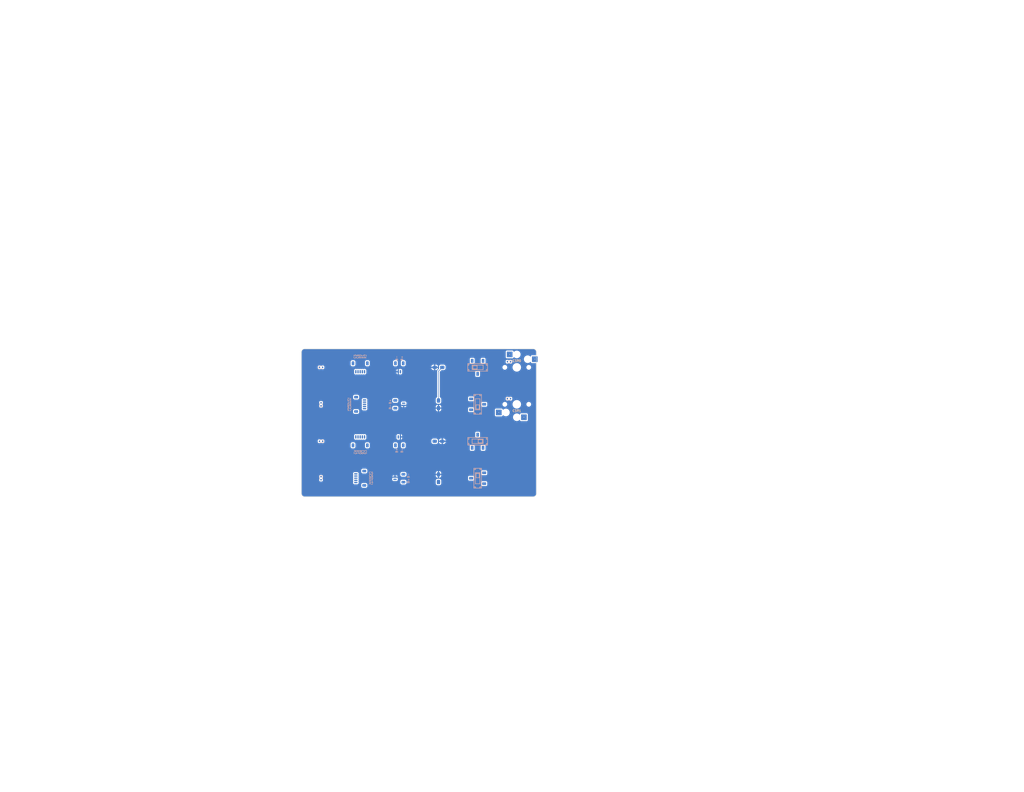
<source format=kicad_pcb>
(kicad_pcb (version 20171130) (host pcbnew 5.1.6)
  (title_block (title test) (rev v1.0.0) (company Unknown))
  (layers (0 F.Cu signal) (31 B.Cu signal) (34 B.Paste user) (35 F.Paste user) (36 B.SilkS user) (37 F.SilkS user) (38 B.Mask user) (39 F.Mask user) (44 Edge.Cuts user))
  (net 0 "")
  (net 1 "f")
  (net 2 "t")
  (net 3 "C5")
  (net 4 "C6")
  (net 5 "R0")
  (net 6 "R1")
  (net 7 "R2")
  (net 8 "BSLI")
  (net 9 "GND")
  (net 10 "RST")
  (net 11 "RAW")
  (net 12 "three")
  (net 13 "thre")
  (net 14 "C5R0D")
  (net 15 "C5R0")
  (net 16 "C5R1D")
  (net 17 "C5R1")
  (net 18 "x")
  (net 19 "y")
  (footprint "D_SOD-523" (layer "B.Cu") (at 0 -51 0)
    (fp_text reference "D1" hide)
    (fp_text value "D_SOD-523")
    (fp_line (start 0.7 0.6) (end -1.15 0.6) (layer "B.SilkS") (width 0.12))
    (fp_line (start 0.7 -0.6) (end -1.15 -0.6) (layer "B.SilkS") (width 0.12))
    (fp_line (start -1.15 -0.6) (end -1.15 0.6) (layer "B.SilkS") (width 0.12))
    (pad "1" smd rect (at -0.7 0 0) (size 0.6 0.7) (layers "B.Cu" "B.Paste" "B.Mask") (net 2 "t"))
    (pad "2" smd rect (at 0.7 0 0) (size 0.6 0.7) (layers "B.Cu" "B.Paste" "B.Mask") (net 1 "f"))
  )
  (footprint "D_SOD-523" (layer "B.Cu") (at 0 -34 90)
    (fp_text reference "D2" hide)
    (fp_text value "D_SOD-523")
    (fp_line (start 0.7 0.6) (end -1.15 0.6) (layer "B.SilkS") (width 0.12))
    (fp_line (start 0.7 -0.6) (end -1.15 -0.6) (layer "B.SilkS") (width 0.12))
    (fp_line (start -1.15 -0.6) (end -1.15 0.6) (layer "B.SilkS") (width 0.12))
    (pad "1" smd rect (at -0.7 0 90) (size 0.6 0.7) (layers "B.Cu" "B.Paste" "B.Mask") (net 2 "t"))
    (pad "2" smd rect (at 0.7 0 90) (size 0.6 0.7) (layers "B.Cu" "B.Paste" "B.Mask") (net 1 "f"))
  )
  (footprint "D_SOD-523" (layer "B.Cu") (at 0 -17 180)
    (fp_text reference "D3" hide)
    (fp_text value "D_SOD-523")
    (fp_line (start 0.7 0.6) (end -1.15 0.6) (layer "B.SilkS") (width 0.12))
    (fp_line (start 0.7 -0.6) (end -1.15 -0.6) (layer "B.SilkS") (width 0.12))
    (fp_line (start -1.15 -0.6) (end -1.15 0.6) (layer "B.SilkS") (width 0.12))
    (pad "1" smd rect (at -0.7 0 180) (size 0.6 0.7) (layers "B.Cu" "B.Paste" "B.Mask") (net 2 "t"))
    (pad "2" smd rect (at 0.7 0 180) (size 0.6 0.7) (layers "B.Cu" "B.Paste" "B.Mask") (net 1 "f"))
  )
  (footprint "D_SOD-523" (layer "B.Cu") (at 0 0 270)
    (fp_text reference "D4" hide)
    (fp_text value "D_SOD-523")
    (fp_line (start 0.7 0.6) (end -1.15 0.6) (layer "B.SilkS") (width 0.12))
    (fp_line (start 0.7 -0.6) (end -1.15 -0.6) (layer "B.SilkS") (width 0.12))
    (fp_line (start -1.15 -0.6) (end -1.15 0.6) (layer "B.SilkS") (width 0.12))
    (pad "1" smd rect (at -0.7 0 270) (size 0.6 0.7) (layers "B.Cu" "B.Paste" "B.Mask") (net 2 "t"))
    (pad "2" smd rect (at 0.7 0 270) (size 0.6 0.7) (layers "B.Cu" "B.Paste" "B.Mask") (net 1 "f"))
  )
  (footprint "JST_SH_SM05B-SRSS-TB_1x05-1MP_P1.00mm_Horizontal" (layer "B.Cu") (at 18 -51 0)
    (fp_text reference "JC1" hide)
    (fp_text user "R2" (at 2.4 -5 90 unlocked) (layer "B.SilkS"))
    (fp_text user "R1" (at 1.2 -5 90 unlocked) (layer "B.SilkS"))
    (fp_text user "R0" (at 0 -5 90 unlocked) (layer "B.SilkS"))
    (fp_text user "C6" (at -1.2 -5 90 unlocked) (layer "B.SilkS"))
    (fp_text user "C5" (at -2.4 -5 90 unlocked) (layer "B.SilkS"))
    (pad "5" smd roundrect (at 2 2 0) (size 0.6 1.55) (layers "B.Cu" "B.Paste" "B.Mask") (net 7 "R2"))
    (pad "4" smd roundrect (at 1 2 0) (size 0.6 1.55) (layers "B.Cu" "B.Paste" "B.Mask") (net 6 "R1"))
    (pad "3" smd roundrect (at 0 2 0) (size 0.6 1.55) (layers "B.Cu" "B.Paste" "B.Mask") (net 5 "R0"))
    (pad "2" smd roundrect (at -1 2 0) (size 0.6 1.55) (layers "B.Cu" "B.Paste" "B.Mask") (net 4 "C6"))
    (pad "1" smd roundrect (at -2 2 0) (size 0.6 1.55) (layers "B.Cu" "B.Paste" "B.Mask") (net 3 "C5"))
    (pad "MP" smd roundrect (at -3.3 -1.875 0) (size 1.2 1.8) (layers "B.Cu" "B.Paste" "B.Mask") (roundrect_rratio 0.208333))
    (pad "MP" smd roundrect (at 3.3 -1.875 0) (size 1.2 1.8) (layers "B.Cu" "B.Paste" "B.Mask") (roundrect_rratio 0.208333))
  )
  (footprint "JST_SH_SM05B-SRSS-TB_1x05-1MP_P1.00mm_Horizontal" (layer "B.Cu") (at 18 -34 90)
    (fp_text reference "JC2" hide)
    (fp_text user "R2" (at 2.4 -5 180 unlocked) (layer "B.SilkS"))
    (fp_text user "R1" (at 1.2 -5 180 unlocked) (layer "B.SilkS"))
    (fp_text user "R0" (at 0 -5 180 unlocked) (layer "B.SilkS"))
    (fp_text user "C6" (at -1.2 -5 180 unlocked) (layer "B.SilkS"))
    (fp_text user "C5" (at -2.4 -5 180 unlocked) (layer "B.SilkS"))
    (pad "5" smd roundrect (at 2 2 90) (size 0.6 1.55) (layers "B.Cu" "B.Paste" "B.Mask") (net 7 "R2"))
    (pad "4" smd roundrect (at 1 2 90) (size 0.6 1.55) (layers "B.Cu" "B.Paste" "B.Mask") (net 6 "R1"))
    (pad "3" smd roundrect (at 0 2 90) (size 0.6 1.55) (layers "B.Cu" "B.Paste" "B.Mask") (net 5 "R0"))
    (pad "2" smd roundrect (at -1 2 90) (size 0.6 1.55) (layers "B.Cu" "B.Paste" "B.Mask") (net 4 "C6"))
    (pad "1" smd roundrect (at -2 2 90) (size 0.6 1.55) (layers "B.Cu" "B.Paste" "B.Mask") (net 3 "C5"))
    (pad "MP" smd roundrect (at -3.3 -1.875 90) (size 1.2 1.8) (layers "B.Cu" "B.Paste" "B.Mask") (roundrect_rratio 0.208333))
    (pad "MP" smd roundrect (at 3.3 -1.875 90) (size 1.2 1.8) (layers "B.Cu" "B.Paste" "B.Mask") (roundrect_rratio 0.208333))
  )
  (footprint "JST_SH_SM05B-SRSS-TB_1x05-1MP_P1.00mm_Horizontal" (layer "B.Cu") (at 18 -17 180)
    (fp_text reference "JC3" hide)
    (fp_text user "R2" (at 2.4 -5 270 unlocked) (layer "B.SilkS"))
    (fp_text user "R1" (at 1.2 -5 270 unlocked) (layer "B.SilkS"))
    (fp_text user "R0" (at 0 -5 270 unlocked) (layer "B.SilkS"))
    (fp_text user "C6" (at -1.2 -5 270 unlocked) (layer "B.SilkS"))
    (fp_text user "C5" (at -2.4 -5 270 unlocked) (layer "B.SilkS"))
    (pad "5" smd roundrect (at 2 2 180) (size 0.6 1.55) (layers "B.Cu" "B.Paste" "B.Mask") (net 7 "R2"))
    (pad "4" smd roundrect (at 1 2 180) (size 0.6 1.55) (layers "B.Cu" "B.Paste" "B.Mask") (net 6 "R1"))
    (pad "3" smd roundrect (at 0 2 180) (size 0.6 1.55) (layers "B.Cu" "B.Paste" "B.Mask") (net 5 "R0"))
    (pad "2" smd roundrect (at -1 2 180) (size 0.6 1.55) (layers "B.Cu" "B.Paste" "B.Mask") (net 4 "C6"))
    (pad "1" smd roundrect (at -2 2 180) (size 0.6 1.55) (layers "B.Cu" "B.Paste" "B.Mask") (net 3 "C5"))
    (pad "MP" smd roundrect (at -3.3 -1.875 180) (size 1.2 1.8) (layers "B.Cu" "B.Paste" "B.Mask") (roundrect_rratio 0.208333))
    (pad "MP" smd roundrect (at 3.3 -1.875 180) (size 1.2 1.8) (layers "B.Cu" "B.Paste" "B.Mask") (roundrect_rratio 0.208333))
  )
  (footprint "JST_SH_SM05B-SRSS-TB_1x05-1MP_P1.00mm_Horizontal" (layer "B.Cu") (at 18 0 270)
    (fp_text reference "JC4" hide)
    (fp_text user "R2" (at 2.4 -5 360 unlocked) (layer "B.SilkS"))
    (fp_text user "R1" (at 1.2 -5 360 unlocked) (layer "B.SilkS"))
    (fp_text user "R0" (at 0 -5 360 unlocked) (layer "B.SilkS"))
    (fp_text user "C6" (at -1.2 -5 360 unlocked) (layer "B.SilkS"))
    (fp_text user "C5" (at -2.4 -5 360 unlocked) (layer "B.SilkS"))
    (pad "5" smd roundrect (at 2 2 270) (size 0.6 1.55) (layers "B.Cu" "B.Paste" "B.Mask") (net 7 "R2"))
    (pad "4" smd roundrect (at 1 2 270) (size 0.6 1.55) (layers "B.Cu" "B.Paste" "B.Mask") (net 6 "R1"))
    (pad "3" smd roundrect (at 0 2 270) (size 0.6 1.55) (layers "B.Cu" "B.Paste" "B.Mask") (net 5 "R0"))
    (pad "2" smd roundrect (at -1 2 270) (size 0.6 1.55) (layers "B.Cu" "B.Paste" "B.Mask") (net 4 "C6"))
    (pad "1" smd roundrect (at -2 2 270) (size 0.6 1.55) (layers "B.Cu" "B.Paste" "B.Mask") (net 3 "C5"))
    (pad "MP" smd roundrect (at -3.3 -1.875 270) (size 1.2 1.8) (layers "B.Cu" "B.Paste" "B.Mask") (roundrect_rratio 0.208333))
    (pad "MP" smd roundrect (at 3.3 -1.875 270) (size 1.2 1.8) (layers "B.Cu" "B.Paste" "B.Mask") (roundrect_rratio 0.208333))
  )
  (footprint "JST_SH_SM02B-SRSS-TB_1x02-1MP_P1.00mm_Horizontal" (layer "B.Cu") (at 36 -51 0)
    (fp_text reference "JB1" hide hide)
    (fp_text value "JST_SH_SM02B-SRSS-TB_1x02-1MP_P1.00mm_Horizontal" hide)
    (fp_text user "B+" (at 1.2 -4.2 90 unlocked) (layer "B.SilkS"))
    (fp_text user "B-" (at -1.2 -4.2 90 unlocked) (layer "B.SilkS"))
    (pad "2" smd roundrect (at 0.5 2 0) (size 0.6 1.55) (layers "B.Cu" "B.Paste" "B.Mask") (net 8 "BSLI"))
    (pad "1" smd roundrect (at -0.5 2 0) (size 0.6 1.55) (layers "B.Cu" "B.Paste" "B.Mask") (net 9 "GND"))
    (pad "MP" smd roundrect (at 1.8 -1.875 0) (size 1.2 1.8) (layers "B.Cu" "B.Paste" "B.Mask") (roundrect_rratio 0.208333))
    (pad "MP" smd roundrect (at -1.8 -1.875 0) (size 1.2 1.8) (layers "B.Cu" "B.Paste" "B.Mask") (roundrect_rratio 0.208333))
  )
  (footprint "JST_SH_SM02B-SRSS-TB_1x02-1MP_P1.00mm_Horizontal" (layer "B.Cu") (at 36 -34 90)
    (fp_text reference "JB2" hide hide)
    (fp_text value "JST_SH_SM02B-SRSS-TB_1x02-1MP_P1.00mm_Horizontal" hide)
    (fp_text user "B+" (at 1.2 -4.2 90 unlocked) (layer "B.SilkS"))
    (fp_text user "B-" (at -1.2 -4.2 90 unlocked) (layer "B.SilkS"))
    (pad "2" smd roundrect (at 0.5 2 90) (size 0.6 1.55) (layers "B.Cu" "B.Paste" "B.Mask") (net 8 "BSLI"))
    (pad "1" smd roundrect (at -0.5 2 90) (size 0.6 1.55) (layers "B.Cu" "B.Paste" "B.Mask") (net 9 "GND"))
    (pad "MP" smd roundrect (at 1.8 -1.875 90) (size 1.2 1.8) (layers "B.Cu" "B.Paste" "B.Mask") (roundrect_rratio 0.208333))
    (pad "MP" smd roundrect (at -1.8 -1.875 90) (size 1.2 1.8) (layers "B.Cu" "B.Paste" "B.Mask") (roundrect_rratio 0.208333))
  )
  (footprint "JST_SH_SM02B-SRSS-TB_1x02-1MP_P1.00mm_Horizontal" (layer "B.Cu") (at 36 -17 180)
    (fp_text reference "JB3" hide hide)
    (fp_text value "JST_SH_SM02B-SRSS-TB_1x02-1MP_P1.00mm_Horizontal" hide)
    (fp_text user "B+" (at 1.2 -4.2 90 unlocked) (layer "B.SilkS"))
    (fp_text user "B-" (at -1.2 -4.2 90 unlocked) (layer "B.SilkS"))
    (pad "2" smd roundrect (at 0.5 2 180) (size 0.6 1.55) (layers "B.Cu" "B.Paste" "B.Mask") (net 8 "BSLI"))
    (pad "1" smd roundrect (at -0.5 2 180) (size 0.6 1.55) (layers "B.Cu" "B.Paste" "B.Mask") (net 9 "GND"))
    (pad "MP" smd roundrect (at 1.8 -1.875 180) (size 1.2 1.8) (layers "B.Cu" "B.Paste" "B.Mask") (roundrect_rratio 0.208333))
    (pad "MP" smd roundrect (at -1.8 -1.875 180) (size 1.2 1.8) (layers "B.Cu" "B.Paste" "B.Mask") (roundrect_rratio 0.208333))
  )
  (footprint "JST_SH_SM02B-SRSS-TB_1x02-1MP_P1.00mm_Horizontal" (layer "B.Cu") (at 36 0 270)
    (fp_text reference "JB4" hide hide)
    (fp_text value "JST_SH_SM02B-SRSS-TB_1x02-1MP_P1.00mm_Horizontal" hide)
    (fp_text user "B+" (at 1.2 -4.2 90 unlocked) (layer "B.SilkS"))
    (fp_text user "B-" (at -1.2 -4.2 90 unlocked) (layer "B.SilkS"))
    (pad "2" smd roundrect (at 0.5 2 270) (size 0.6 1.55) (layers "B.Cu" "B.Paste" "B.Mask") (net 8 "BSLI"))
    (pad "1" smd roundrect (at -0.5 2 270) (size 0.6 1.55) (layers "B.Cu" "B.Paste" "B.Mask") (net 9 "GND"))
    (pad "MP" smd roundrect (at 1.8 -1.875 270) (size 1.2 1.8) (layers "B.Cu" "B.Paste" "B.Mask") (roundrect_rratio 0.208333))
    (pad "MP" smd roundrect (at -1.8 -1.875 270) (size 1.2 1.8) (layers "B.Cu" "B.Paste" "B.Mask") (roundrect_rratio 0.208333))
  )
  (module "b3u-1000P" (layer "B.Cu") (at 54 -51 0)
    (fp_text reference "SB1" hide)
    (fp_text value "b3u-1000P")
    (pad "1" smd roundrect (at -1.75 0 0) (size 2 1.524) (layers "B.Cu" "B.Paste" "B.Mask") (net 9 "GND"))
    (pad "2" smd roundrect (at 1.75 0 0) (size 2 1.512) (layers "B.Cu" "B.Paste" "B.Mask") (net 10 "RST"))
  )
  (module "b3u-1000P" (layer "B.Cu") (at 54 -34 90)
    (fp_text reference "SB2" hide)
    (fp_text value "b3u-1000P")
    (pad "1" smd roundrect (at -1.75 0 90) (size 2 1.524) (layers "B.Cu" "B.Paste" "B.Mask") (net 9 "GND"))
    (pad "2" smd roundrect (at 1.75 0 90) (size 2 1.512) (layers "B.Cu" "B.Paste" "B.Mask") (net 10 "RST"))
  )
  (module "b3u-1000P" (layer "B.Cu") (at 54 -17 180)
    (fp_text reference "SB3" hide)
    (fp_text value "b3u-1000P")
    (pad "1" smd roundrect (at -1.75 0 180) (size 2 1.524) (layers "B.Cu" "B.Paste" "B.Mask") (net 9 "GND"))
    (pad "2" smd roundrect (at 1.75 0 180) (size 2 1.512) (layers "B.Cu" "B.Paste" "B.Mask") (net 10 "RST"))
  )
  (module "b3u-1000P" (layer "B.Cu") (at 54 0 270)
    (fp_text reference "SB4" hide)
    (fp_text value "b3u-1000P")
    (pad "1" smd roundrect (at -1.75 0 270) (size 2 1.524) (layers "B.Cu" "B.Paste" "B.Mask") (net 9 "GND"))
    (pad "2" smd roundrect (at 1.75 0 270) (size 2 1.512) (layers "B.Cu" "B.Paste" "B.Mask") (net 10 "RST"))
  )
  (footprint "SW-SMD_SS-3235D-03-L2.00" (layer "B.Cu") (at 72 -51 0)
    (fp_text reference "SS1" hide)
    (fp_text value "SW-SMD_SS-3235D-03-L2.00" hide)
    (fp_line (start -4.55 -1.75) (end 4.55 -1.75) (stroke (width 0.254)) (layer "B.SilkS"))
    (fp_line (start -4.55 1.75) (end -4.55 -1.75) (stroke (width 0.254)) (layer "B.SilkS"))
    (fp_line (start -4.043 -1.75) (end -4.043 -1.016) (stroke (width 0.254)) (layer "B.SilkS"))
    (fp_line (start -4.043 -1.016) (end -4.55 -1.016) (stroke (width 0.254)) (layer "B.SilkS"))
    (fp_line (start -4 0.966) (end -4.507 0.966) (stroke (width 0.254)) (layer "B.SilkS"))
    (fp_line (start -4 1.7) (end -4 0.966) (stroke (width 0.254)) (layer "B.SilkS"))
    (fp_line (start -2.54 -1.016) (end 2.54 -1.016) (stroke (width 0.254)) (layer "B.SilkS"))
    (fp_line (start -2.54 1.016) (end -2.54 -1.016) (stroke (width 0.254)) (layer "B.SilkS"))
    (fp_line (start -2.159 -0.762) (end -0.254 -0.762) (stroke (width 0.254)) (layer "B.SilkS"))
    (fp_line (start -2.159 0.762) (end -2.159 -0.762) (stroke (width 0.254)) (layer "B.SilkS"))
    (fp_line (start -0.254 -0.762) (end -0.254 0.762) (stroke (width 0.254)) (layer "B.SilkS"))
    (fp_line (start -0.254 0.762) (end -2.159 0.762) (stroke (width 0.254)) (layer "B.SilkS"))
    (fp_line (start 2.54 -1.016) (end 2.54 1.016) (stroke (width 0.254)) (layer "B.SilkS"))
    (fp_line (start 2.54 1.016) (end -2.54 1.016) (stroke (width 0.254)) (layer "B.SilkS"))
    (fp_line (start 4 -1.7) (end 4 -0.966) (stroke (width 0.254)) (layer "B.SilkS"))
    (fp_line (start 4 -0.966) (end 4.507 -0.966) (stroke (width 0.254)) (layer "B.SilkS"))
    (fp_line (start 4 0.966) (end 4.507 0.966) (stroke (width 0.254)) (layer "B.SilkS"))
    (fp_line (start 4 1.7) (end 4 0.966) (stroke (width 0.254)) (layer "B.SilkS"))
    (fp_line (start 4.55 -1.75) (end 4.55 1.75) (stroke (width 0.254)) (layer "B.SilkS"))
    (fp_line (start 4.55 1.75) (end -4.55 1.75) (stroke (width 0.254)) (layer "B.SilkS"))
    (pad "1" smd rect (at -2.5 -3 0) (size 1.2 1.8) (layers "B.Cu" "B.Paste" "B.Mask") (net 11 "RAW"))
    (pad "2" smd rect (at 0 3 0) (size 1.2 1.8) (layers "B.Cu" "B.Paste" "B.Mask") (net 8 "BSLI"))
    (pad "3" smd rect (at 2.5 -3 0) (size 1.2 1.8) (layers "B.Cu" "B.Paste" "B.Mask") (net 12 "three"))
  )
  (footprint "SW-SMD_SS-3235D-03-L2.00" (layer "B.Cu") (at 72 -34 90)
    (fp_text reference "SS2" hide)
    (fp_text value "SW-SMD_SS-3235D-03-L2.00" hide)
    (fp_line (start -4.55 -1.75) (end 4.55 -1.75) (stroke (width 0.254)) (layer "B.SilkS"))
    (fp_line (start -4.55 1.75) (end -4.55 -1.75) (stroke (width 0.254)) (layer "B.SilkS"))
    (fp_line (start -4.043 -1.75) (end -4.043 -1.016) (stroke (width 0.254)) (layer "B.SilkS"))
    (fp_line (start -4.043 -1.016) (end -4.55 -1.016) (stroke (width 0.254)) (layer "B.SilkS"))
    (fp_line (start -4 0.966) (end -4.507 0.966) (stroke (width 0.254)) (layer "B.SilkS"))
    (fp_line (start -4 1.7) (end -4 0.966) (stroke (width 0.254)) (layer "B.SilkS"))
    (fp_line (start -2.54 -1.016) (end 2.54 -1.016) (stroke (width 0.254)) (layer "B.SilkS"))
    (fp_line (start -2.54 1.016) (end -2.54 -1.016) (stroke (width 0.254)) (layer "B.SilkS"))
    (fp_line (start -2.159 -0.762) (end -0.254 -0.762) (stroke (width 0.254)) (layer "B.SilkS"))
    (fp_line (start -2.159 0.762) (end -2.159 -0.762) (stroke (width 0.254)) (layer "B.SilkS"))
    (fp_line (start -0.254 -0.762) (end -0.254 0.762) (stroke (width 0.254)) (layer "B.SilkS"))
    (fp_line (start -0.254 0.762) (end -2.159 0.762) (stroke (width 0.254)) (layer "B.SilkS"))
    (fp_line (start 2.54 -1.016) (end 2.54 1.016) (stroke (width 0.254)) (layer "B.SilkS"))
    (fp_line (start 2.54 1.016) (end -2.54 1.016) (stroke (width 0.254)) (layer "B.SilkS"))
    (fp_line (start 4 -1.7) (end 4 -0.966) (stroke (width 0.254)) (layer "B.SilkS"))
    (fp_line (start 4 -0.966) (end 4.507 -0.966) (stroke (width 0.254)) (layer "B.SilkS"))
    (fp_line (start 4 0.966) (end 4.507 0.966) (stroke (width 0.254)) (layer "B.SilkS"))
    (fp_line (start 4 1.7) (end 4 0.966) (stroke (width 0.254)) (layer "B.SilkS"))
    (fp_line (start 4.55 -1.75) (end 4.55 1.75) (stroke (width 0.254)) (layer "B.SilkS"))
    (fp_line (start 4.55 1.75) (end -4.55 1.75) (stroke (width 0.254)) (layer "B.SilkS"))
    (pad "1" smd rect (at -2.5 -3 90) (size 1.2 1.8) (layers "B.Cu" "B.Paste" "B.Mask") (net 11 "RAW"))
    (pad "2" smd rect (at 0 3 90) (size 1.2 1.8) (layers "B.Cu" "B.Paste" "B.Mask") (net 8 "BSLI"))
    (pad "3" smd rect (at 2.5 -3 90) (size 1.2 1.8) (layers "B.Cu" "B.Paste" "B.Mask") (net 12 "three"))
  )
  (footprint "SW-SMD_SS-3235D-03-L2.00" (layer "B.Cu") (at 72 -17 180)
    (fp_text reference "SS3" hide)
    (fp_text value "SW-SMD_SS-3235D-03-L2.00" hide)
    (fp_line (start -4.55 -1.75) (end 4.55 -1.75) (stroke (width 0.254)) (layer "B.SilkS"))
    (fp_line (start -4.55 1.75) (end -4.55 -1.75) (stroke (width 0.254)) (layer "B.SilkS"))
    (fp_line (start -4.043 -1.75) (end -4.043 -1.016) (stroke (width 0.254)) (layer "B.SilkS"))
    (fp_line (start -4.043 -1.016) (end -4.55 -1.016) (stroke (width 0.254)) (layer "B.SilkS"))
    (fp_line (start -4 0.966) (end -4.507 0.966) (stroke (width 0.254)) (layer "B.SilkS"))
    (fp_line (start -4 1.7) (end -4 0.966) (stroke (width 0.254)) (layer "B.SilkS"))
    (fp_line (start -2.54 -1.016) (end 2.54 -1.016) (stroke (width 0.254)) (layer "B.SilkS"))
    (fp_line (start -2.54 1.016) (end -2.54 -1.016) (stroke (width 0.254)) (layer "B.SilkS"))
    (fp_line (start -2.159 -0.762) (end -0.254 -0.762) (stroke (width 0.254)) (layer "B.SilkS"))
    (fp_line (start -2.159 0.762) (end -2.159 -0.762) (stroke (width 0.254)) (layer "B.SilkS"))
    (fp_line (start -0.254 -0.762) (end -0.254 0.762) (stroke (width 0.254)) (layer "B.SilkS"))
    (fp_line (start -0.254 0.762) (end -2.159 0.762) (stroke (width 0.254)) (layer "B.SilkS"))
    (fp_line (start 2.54 -1.016) (end 2.54 1.016) (stroke (width 0.254)) (layer "B.SilkS"))
    (fp_line (start 2.54 1.016) (end -2.54 1.016) (stroke (width 0.254)) (layer "B.SilkS"))
    (fp_line (start 4 -1.7) (end 4 -0.966) (stroke (width 0.254)) (layer "B.SilkS"))
    (fp_line (start 4 -0.966) (end 4.507 -0.966) (stroke (width 0.254)) (layer "B.SilkS"))
    (fp_line (start 4 0.966) (end 4.507 0.966) (stroke (width 0.254)) (layer "B.SilkS"))
    (fp_line (start 4 1.7) (end 4 0.966) (stroke (width 0.254)) (layer "B.SilkS"))
    (fp_line (start 4.55 -1.75) (end 4.55 1.75) (stroke (width 0.254)) (layer "B.SilkS"))
    (fp_line (start 4.55 1.75) (end -4.55 1.75) (stroke (width 0.254)) (layer "B.SilkS"))
    (pad "1" smd rect (at -2.5 -3 180) (size 1.2 1.8) (layers "B.Cu" "B.Paste" "B.Mask") (net 11 "RAW"))
    (pad "2" smd rect (at 0 3 180) (size 1.2 1.8) (layers "B.Cu" "B.Paste" "B.Mask") (net 8 "BSLI"))
    (pad "3" smd rect (at 2.5 -3 180) (size 1.2 1.8) (layers "B.Cu" "B.Paste" "B.Mask") (net 12 "three"))
  )
  (footprint "SW-SMD_SS-3235D-03-L2.00" (layer "B.Cu") (at 72 0 270)
    (fp_text reference "SS4" hide)
    (fp_text value "SW-SMD_SS-3235D-03-L2.00" hide)
    (fp_line (start -4.55 -1.75) (end 4.55 -1.75) (stroke (width 0.254)) (layer "B.SilkS"))
    (fp_line (start -4.55 1.75) (end -4.55 -1.75) (stroke (width 0.254)) (layer "B.SilkS"))
    (fp_line (start -4.043 -1.75) (end -4.043 -1.016) (stroke (width 0.254)) (layer "B.SilkS"))
    (fp_line (start -4.043 -1.016) (end -4.55 -1.016) (stroke (width 0.254)) (layer "B.SilkS"))
    (fp_line (start -4 0.966) (end -4.507 0.966) (stroke (width 0.254)) (layer "B.SilkS"))
    (fp_line (start -4 1.7) (end -4 0.966) (stroke (width 0.254)) (layer "B.SilkS"))
    (fp_line (start -2.54 -1.016) (end 2.54 -1.016) (stroke (width 0.254)) (layer "B.SilkS"))
    (fp_line (start -2.54 1.016) (end -2.54 -1.016) (stroke (width 0.254)) (layer "B.SilkS"))
    (fp_line (start -2.159 -0.762) (end -0.254 -0.762) (stroke (width 0.254)) (layer "B.SilkS"))
    (fp_line (start -2.159 0.762) (end -2.159 -0.762) (stroke (width 0.254)) (layer "B.SilkS"))
    (fp_line (start -0.254 -0.762) (end -0.254 0.762) (stroke (width 0.254)) (layer "B.SilkS"))
    (fp_line (start -0.254 0.762) (end -2.159 0.762) (stroke (width 0.254)) (layer "B.SilkS"))
    (fp_line (start 2.54 -1.016) (end 2.54 1.016) (stroke (width 0.254)) (layer "B.SilkS"))
    (fp_line (start 2.54 1.016) (end -2.54 1.016) (stroke (width 0.254)) (layer "B.SilkS"))
    (fp_line (start 4 -1.7) (end 4 -0.966) (stroke (width 0.254)) (layer "B.SilkS"))
    (fp_line (start 4 -0.966) (end 4.507 -0.966) (stroke (width 0.254)) (layer "B.SilkS"))
    (fp_line (start 4 0.966) (end 4.507 0.966) (stroke (width 0.254)) (layer "B.SilkS"))
    (fp_line (start 4 1.7) (end 4 0.966) (stroke (width 0.254)) (layer "B.SilkS"))
    (fp_line (start 4.55 -1.75) (end 4.55 1.75) (stroke (width 0.254)) (layer "B.SilkS"))
    (fp_line (start 4.55 1.75) (end -4.55 1.75) (stroke (width 0.254)) (layer "B.SilkS"))
    (pad "1" smd rect (at -2.5 -3 270) (size 1.2 1.8) (layers "B.Cu" "B.Paste" "B.Mask") (net 11 "RAW"))
    (pad "2" smd rect (at 0 3 270) (size 1.2 1.8) (layers "B.Cu" "B.Paste" "B.Mask") (net 8 "BSLI"))
    (pad "3" smd rect (at 2.5 -3 270) (size 1.2 1.8) (layers "B.Cu" "B.Paste" "B.Mask") (net 13 "thre"))
  )
  (footprint "Kailh_socket_PG1350_no_silk" (layer "B.Cu") (at 90 -51 180)
    (fp_text reference "S1" hide)
    (fp_text user C5R0 (at -0 3 180) (layer F.SilkS))
    (fp_text user C5R0 (at -0 3 180) (layer B.SilkS))
    (pad "" np_thru_hole circle (at 0 0) (size 3.429 3.429) (drill 3.429) (layers *.Cu *.Mask))
    (pad "" np_thru_hole circle (at 5.5 0) (size 1.7018 1.7018) (drill 1.7018) (layers *.Cu *.Mask))
    (pad "" np_thru_hole circle (at -5.5 0) (size 1.7018 1.7018) (drill 1.7018) (layers *.Cu *.Mask))
    (pad "" np_thru_hole circle (at -5 3.75) (size 3 3) (drill 3) (layers *.Cu *.Mask))
    (pad "" np_thru_hole circle (at 0 5.95) (size 3 3) (drill 3) (layers *.Cu *.Mask))
    (pad "1" smd rect (at 3.275 5.95) (size 2.6 2.6) (layers "B.Cu" "B.Paste" "B.Mask") (net 14 "C5R0D"))
    (pad "2" smd rect (at -8.275 3.75) (size 2.6 2.6) (layers "B.Cu" "B.Paste" "B.Mask") (net 3 "C5"))
    (pad "3" thru_hole circle (at 3.275 5.95) (size 0.6 0.6) (drill 0.3) (layers *.Cu) (net 14 "C5R0D"))
    (pad "4" thru_hole circle (at -8.275 3.75) (size 0.6 0.6) (drill 0.3) (layers *.Cu) (net 3 "C5"))
  )
  (footprint "D_SOD-523" (layer "B.Cu") (at 86.4 -53.6 180)
    (fp_text reference "D5" hide)
    (fp_text value "D_SOD-523")
    (fp_line (start 0.7 0.6) (end -1.15 0.6) (layer "B.SilkS") (width 0.12))
    (fp_line (start 0.7 -0.6) (end -1.15 -0.6) (layer "B.SilkS") (width 0.12))
    (fp_line (start -1.15 -0.6) (end -1.15 0.6) (layer "B.SilkS") (width 0.12))
    (pad "1" smd rect (at -0.7 0 180) (size 0.6 0.7) (layers "B.Cu" "B.Paste" "B.Mask") (net 5 "R0"))
    (pad "2" smd rect (at 0.7 0 180) (size 0.6 0.7) (layers "B.Cu" "B.Paste" "B.Mask") (net 14 "C5R0D"))
  )
  (footprint "Kailh_socket_PG1350_no_silk" (layer "B.Cu") (at 90 -34 0)
    (fp_text reference "S2" hide)
    (fp_text user C5R1 (at -0 3 0) (layer F.SilkS))
    (fp_text user C5R1 (at -0 3 0) (layer B.SilkS))
    (pad "" np_thru_hole circle (at 0 0) (size 3.429 3.429) (drill 3.429) (layers *.Cu *.Mask))
    (pad "" np_thru_hole circle (at 5.5 0) (size 1.7018 1.7018) (drill 1.7018) (layers *.Cu *.Mask))
    (pad "" np_thru_hole circle (at -5.5 0) (size 1.7018 1.7018) (drill 1.7018) (layers *.Cu *.Mask))
    (pad "" np_thru_hole circle (at -5 3.75) (size 3 3) (drill 3) (layers *.Cu *.Mask))
    (pad "" np_thru_hole circle (at 0 5.95) (size 3 3) (drill 3) (layers *.Cu *.Mask))
    (pad "1" smd rect (at 3.275 5.95) (size 2.6 2.6) (layers "B.Cu" "B.Paste" "B.Mask") (net 16 "C5R1D"))
    (pad "2" smd rect (at -8.275 3.75) (size 2.6 2.6) (layers "B.Cu" "B.Paste" "B.Mask") (net 3 "C5"))
    (pad "3" thru_hole circle (at 3.275 5.95) (size 0.6 0.6) (drill 0.3) (layers *.Cu) (net 16 "C5R1D"))
    (pad "4" thru_hole circle (at -8.275 3.75) (size 0.6 0.6) (drill 0.3) (layers *.Cu) (net 3 "C5"))
  )
  (footprint "D_SOD-523" (layer "B.Cu") (at 86.4 -36.6 0)
    (fp_text reference "D6" hide)
    (fp_text value "D_SOD-523")
    (fp_line (start 0.7 0.6) (end -1.15 0.6) (layer "B.SilkS") (width 0.12))
    (fp_line (start 0.7 -0.6) (end -1.15 -0.6) (layer "B.SilkS") (width 0.12))
    (fp_line (start -1.15 -0.6) (end -1.15 0.6) (layer "B.SilkS") (width 0.12))
    (pad "1" smd rect (at -0.7 0 0) (size 0.6 0.7) (layers "B.Cu" "B.Paste" "B.Mask") (net 6 "R1"))
    (pad "2" smd rect (at 0.7 0 0) (size 0.6 0.7) (layers "B.Cu" "B.Paste" "B.Mask") (net 16 "C5R1D"))
  )
  (footprint "somelogo" (layer "F.SilkS") (at 60 -51 0)
    (fp_text reference "T1" hide)
    (fp_text value "x")
  )
  (footprint "somelogo" (layer "F.SilkS") (at 0 -71 0)
    (fp_text reference "T2" hide)
    (fp_text value "y")
  )
  (gr_line (start -7.5 8.5) (end 97.5 8.5) (angle 90) (layer Edge.Cuts) (width 0.15))
  (gr_line (start -9 7) (end -9 -58) (angle 90) (layer Edge.Cuts) (width 0.15))
  (gr_line (start -7.5 -59.5) (end 97.5 -59.5) (angle 90) (layer Edge.Cuts) (width 0.15))
  (gr_line (start 99 7) (end 99 -58) (angle 90) (layer Edge.Cuts) (width 0.15))
  (gr_arc (start 97.5 7) (end 97.5 8.5) (angle -90) (layer Edge.Cuts) (width 0.15))
  (gr_arc (start 97.5 -58) (end 99 -58) (angle -90) (layer Edge.Cuts) (width 0.15))
  (gr_arc (start -7.5 -58) (end -7.5 -59.5) (angle -90) (layer Edge.Cuts) (width 0.15))
  (gr_arc (start -7.5 7) (end -9 7) (angle -90) (layer Edge.Cuts) (width 0.15))
  (segment (start 54 -35.75) (end 54 -49.25) (width 0.25) (layer "B.Cu") (net 10))
  (segment (start 54 -49.25) (end 55.75 -51) (width 0.25) (layer "B.Cu") (net 10))
  (zone (net 9) (net_name "GND") (layers "F&B.Cu") (connect_pads (clearance 0.508)) (min_thickness 0.25) (fill yes (thermal_gap 0.5) (thermal_bridge_width 0.5))
    (polygon (pts (xy -146.9 -218.7) (xy -147.6 134.9) (xy 323.2 144.3) (xy 272.6 -220)))
  )
)
</source>
